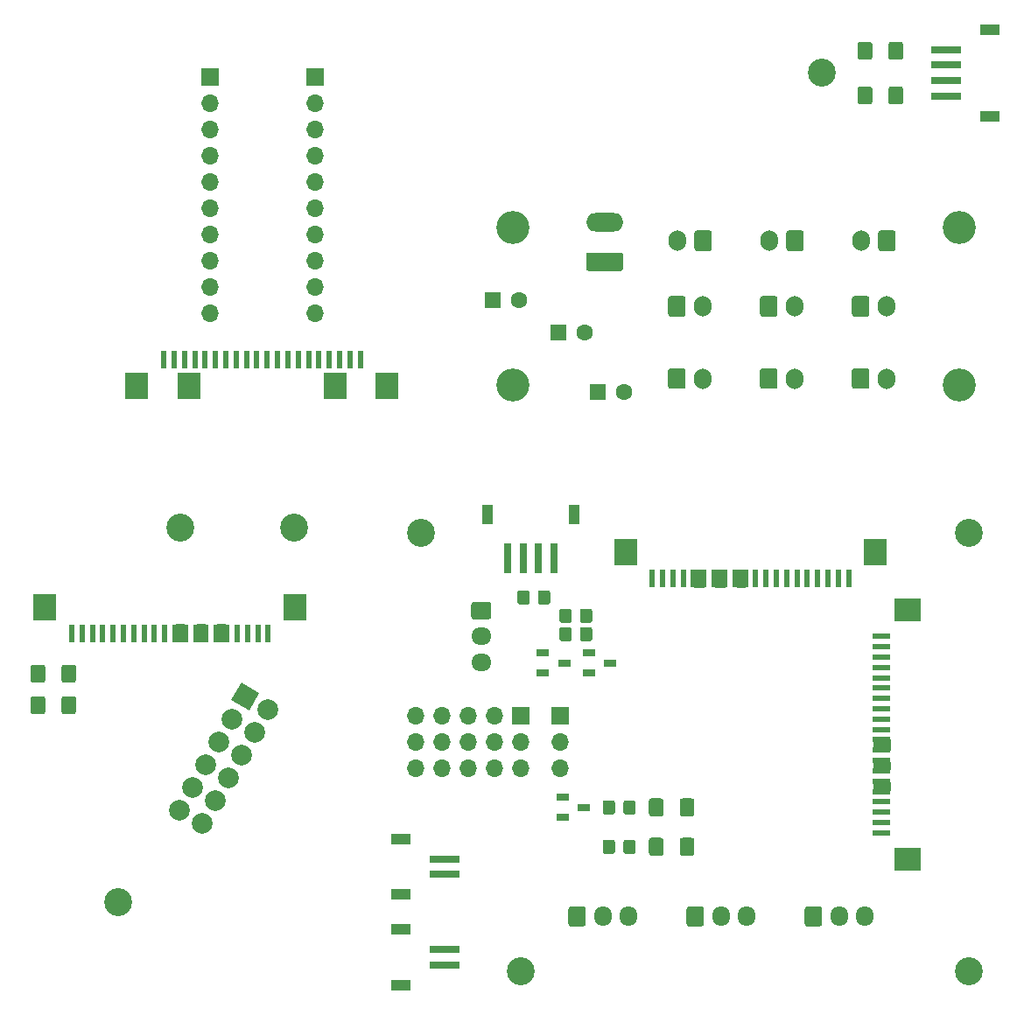
<source format=gbr>
%TF.GenerationSoftware,KiCad,Pcbnew,(5.1.9)-1*%
%TF.CreationDate,2021-02-18T14:59:33+00:00*%
%TF.ProjectId,c-boards_assy_final,632d626f-6172-4647-935f-617373795f66,rev?*%
%TF.SameCoordinates,Original*%
%TF.FileFunction,Soldermask,Top*%
%TF.FilePolarity,Negative*%
%FSLAX46Y46*%
G04 Gerber Fmt 4.6, Leading zero omitted, Abs format (unit mm)*
G04 Created by KiCad (PCBNEW (5.1.9)-1) date 2021-02-18 14:59:33*
%MOMM*%
%LPD*%
G01*
G04 APERTURE LIST*
%ADD10C,0.100000*%
%ADD11R,0.600000X1.800000*%
%ADD12R,2.200000X2.500000*%
%ADD13R,1.800000X0.600000*%
%ADD14R,2.500000X2.200000*%
%ADD15C,2.000000*%
%ADD16R,1.200000X0.650000*%
%ADD17C,2.700000*%
%ADD18R,1.900000X1.100000*%
%ADD19R,3.000000X0.700000*%
%ADD20R,1.100000X1.900000*%
%ADD21R,0.700000X3.000000*%
%ADD22O,1.950000X1.700000*%
%ADD23O,1.700000X1.950000*%
%ADD24R,1.700000X1.700000*%
%ADD25O,1.700000X1.700000*%
%ADD26O,3.600000X1.800000*%
%ADD27C,3.200000*%
%ADD28O,1.700000X2.000000*%
%ADD29C,1.600000*%
%ADD30R,1.600000X1.600000*%
G04 APERTURE END LIST*
D10*
G36*
X111255000Y-80062200D02*
G01*
X110442200Y-80062200D01*
X110493000Y-78385800D01*
X111255000Y-78385800D01*
X111255000Y-80062200D01*
G37*
X111255000Y-80062200D02*
X110442200Y-80062200D01*
X110493000Y-78385800D01*
X111255000Y-78385800D01*
X111255000Y-80062200D01*
G36*
X109273800Y-80062200D02*
G01*
X108461000Y-80062200D01*
X108511800Y-78385800D01*
X109273800Y-78385800D01*
X109273800Y-80062200D01*
G37*
X109273800Y-80062200D02*
X108461000Y-80062200D01*
X108511800Y-78385800D01*
X109273800Y-78385800D01*
X109273800Y-80062200D01*
G36*
X107267200Y-80062200D02*
G01*
X106454400Y-80062200D01*
X106505200Y-78385800D01*
X107267200Y-78385800D01*
X107267200Y-80062200D01*
G37*
X107267200Y-80062200D02*
X106454400Y-80062200D01*
X106505200Y-78385800D01*
X107267200Y-78385800D01*
X107267200Y-80062200D01*
G36*
X175593200Y-94459000D02*
G01*
X173916800Y-94459000D01*
X173916800Y-93722400D01*
X175593200Y-93697000D01*
X175593200Y-94459000D01*
G37*
X175593200Y-94459000D02*
X173916800Y-94459000D01*
X173916800Y-93722400D01*
X175593200Y-93697000D01*
X175593200Y-94459000D01*
G36*
X175593200Y-91741200D02*
G01*
X175593200Y-92427000D01*
X173916800Y-92427000D01*
X173916800Y-91690400D01*
X175593200Y-91741200D01*
G37*
X175593200Y-91741200D02*
X175593200Y-92427000D01*
X173916800Y-92427000D01*
X173916800Y-91690400D01*
X175593200Y-91741200D01*
G36*
X175593200Y-90496600D02*
G01*
X173916800Y-90471200D01*
X173916800Y-89582200D01*
X175593200Y-89556800D01*
X175593200Y-90496600D01*
G37*
X175593200Y-90496600D02*
X173916800Y-90471200D01*
X173916800Y-89582200D01*
X175593200Y-89556800D01*
X175593200Y-90496600D01*
G36*
X161470800Y-74799400D02*
G01*
X160708800Y-74799400D01*
X160632600Y-73097600D01*
X161496200Y-73097600D01*
X161470800Y-74799400D01*
G37*
X161470800Y-74799400D02*
X160708800Y-74799400D01*
X160632600Y-73097600D01*
X161496200Y-73097600D01*
X161470800Y-74799400D01*
G36*
X159565800Y-74799400D02*
G01*
X158626000Y-74799400D01*
X158549800Y-73097600D01*
X159565800Y-73097600D01*
X159565800Y-74799400D01*
G37*
X159565800Y-74799400D02*
X158626000Y-74799400D01*
X158549800Y-73097600D01*
X159565800Y-73097600D01*
X159565800Y-74799400D01*
G36*
X157508400Y-74799400D02*
G01*
X156594000Y-74799400D01*
X156594000Y-73097600D01*
X157483000Y-73097600D01*
X157508400Y-74799400D01*
G37*
X157508400Y-74799400D02*
X156594000Y-74799400D01*
X156594000Y-73097600D01*
X157483000Y-73097600D01*
X157508400Y-74799400D01*
D11*
%TO.C,J1*%
X171555000Y-73948500D03*
X170555000Y-73948500D03*
X169555000Y-73948500D03*
X168555000Y-73948500D03*
X167555000Y-73948500D03*
X166555000Y-73948500D03*
X165555000Y-73948500D03*
X164555000Y-73948500D03*
X163555000Y-73948500D03*
X162555000Y-73948500D03*
X161555000Y-73948500D03*
X160555000Y-73948500D03*
X159555000Y-73948500D03*
X158555000Y-73948500D03*
X157555000Y-73948500D03*
X156555000Y-73948500D03*
X155555000Y-73948500D03*
X154555000Y-73948500D03*
X153555000Y-73948500D03*
X152555000Y-73948500D03*
D12*
X174155000Y-71408500D03*
X149955000Y-71408500D03*
%TD*%
D11*
%TO.C,J11*%
X115397000Y-79233136D03*
X114397000Y-79233136D03*
X113397000Y-79233136D03*
X112397000Y-79233136D03*
X111397000Y-79233136D03*
X110397000Y-79233136D03*
X109397000Y-79233136D03*
X108397000Y-79233136D03*
X107397000Y-79233136D03*
X106397000Y-79233136D03*
X105397000Y-79233136D03*
X104397000Y-79233136D03*
X103397000Y-79233136D03*
X102397000Y-79233136D03*
X101397000Y-79233136D03*
X100397000Y-79233136D03*
X99397000Y-79233136D03*
X98397000Y-79233136D03*
X97397000Y-79233136D03*
X96397000Y-79233136D03*
D12*
X117997000Y-76693136D03*
X93797000Y-76693136D03*
%TD*%
D13*
%TO.C,J0*%
X174755000Y-98561500D03*
X174755000Y-97561500D03*
X174755000Y-96561500D03*
X174755000Y-95561500D03*
X174755000Y-94561500D03*
X174755000Y-93561500D03*
X174755000Y-92561500D03*
X174755000Y-91561500D03*
X174755000Y-90561500D03*
X174755000Y-89561500D03*
X174755000Y-88561500D03*
X174755000Y-87561500D03*
X174755000Y-86561500D03*
X174755000Y-85561500D03*
X174755000Y-84561500D03*
X174755000Y-83561500D03*
X174755000Y-82561500D03*
X174755000Y-81561500D03*
X174755000Y-80561500D03*
X174755000Y-79561500D03*
D14*
X177295000Y-101161500D03*
X177295000Y-76961500D03*
%TD*%
D15*
%TO.C,J14*%
X109039058Y-97629771D03*
X110309058Y-95430066D03*
X111579058Y-93230362D03*
X112849058Y-91030657D03*
X114119058Y-88830953D03*
X106839353Y-96359771D03*
X108109353Y-94160066D03*
X109379353Y-91960362D03*
X110649353Y-89760657D03*
X111919353Y-87560953D03*
D10*
G36*
X112823328Y-83995223D02*
G01*
X114555378Y-84995223D01*
X113555378Y-86727273D01*
X111823328Y-85727273D01*
X112823328Y-83995223D01*
G37*
D15*
X115389058Y-86631248D03*
%TD*%
D16*
%TO.C,Q1*%
X141955000Y-81180000D03*
X141955000Y-83100000D03*
X144055000Y-82140000D03*
%TD*%
%TO.C,R4*%
G36*
G01*
X140700000Y-75339999D02*
X140700000Y-76240001D01*
G75*
G02*
X140450001Y-76490000I-249999J0D01*
G01*
X139749999Y-76490000D01*
G75*
G02*
X139500000Y-76240001I0J249999D01*
G01*
X139500000Y-75339999D01*
G75*
G02*
X139749999Y-75090000I249999J0D01*
G01*
X140450001Y-75090000D01*
G75*
G02*
X140700000Y-75339999I0J-249999D01*
G01*
G37*
G36*
G01*
X142700000Y-75339999D02*
X142700000Y-76240001D01*
G75*
G02*
X142450001Y-76490000I-249999J0D01*
G01*
X141749999Y-76490000D01*
G75*
G02*
X141500000Y-76240001I0J249999D01*
G01*
X141500000Y-75339999D01*
G75*
G02*
X141749999Y-75090000I249999J0D01*
G01*
X142450001Y-75090000D01*
G75*
G02*
X142700000Y-75339999I0J-249999D01*
G01*
G37*
%TD*%
%TO.C,Q2*%
X146400000Y-81180000D03*
X146400000Y-83100000D03*
X148500000Y-82140000D03*
%TD*%
D17*
%TO.C,H8*%
X168978000Y-25023000D03*
%TD*%
D18*
%TO.C,J8*%
X128214000Y-107900000D03*
X128214000Y-113300000D03*
D19*
X132464000Y-109850000D03*
X132464000Y-111350000D03*
%TD*%
D18*
%TO.C,J7*%
X128214000Y-99137000D03*
X128214000Y-104537000D03*
D19*
X132464000Y-101087000D03*
X132464000Y-102587000D03*
%TD*%
D20*
%TO.C,J3*%
X145010000Y-67730000D03*
X136610000Y-67730000D03*
D21*
X143060000Y-71980000D03*
X141560000Y-71980000D03*
X140060000Y-71980000D03*
X138560000Y-71980000D03*
%TD*%
D18*
%TO.C,J10*%
X185228000Y-29223000D03*
X185228000Y-20823000D03*
D19*
X180978000Y-27273000D03*
X180978000Y-25773000D03*
X180978000Y-24273000D03*
X180978000Y-22773000D03*
%TD*%
D22*
%TO.C,J2*%
X136020000Y-82060000D03*
X136020000Y-79560000D03*
G36*
G01*
X135295000Y-76210000D02*
X136745000Y-76210000D01*
G75*
G02*
X136995000Y-76460000I0J-250000D01*
G01*
X136995000Y-77660000D01*
G75*
G02*
X136745000Y-77910000I-250000J0D01*
G01*
X135295000Y-77910000D01*
G75*
G02*
X135045000Y-77660000I0J250000D01*
G01*
X135045000Y-76460000D01*
G75*
G02*
X135295000Y-76210000I250000J0D01*
G01*
G37*
%TD*%
D23*
%TO.C,J6*%
X173151000Y-106651000D03*
X170651000Y-106651000D03*
G36*
G01*
X167301000Y-107376000D02*
X167301000Y-105926000D01*
G75*
G02*
X167551000Y-105676000I250000J0D01*
G01*
X168751000Y-105676000D01*
G75*
G02*
X169001000Y-105926000I0J-250000D01*
G01*
X169001000Y-107376000D01*
G75*
G02*
X168751000Y-107626000I-250000J0D01*
G01*
X167551000Y-107626000D01*
G75*
G02*
X167301000Y-107376000I0J250000D01*
G01*
G37*
%TD*%
%TO.C,J5*%
X161721000Y-106651000D03*
X159221000Y-106651000D03*
G36*
G01*
X155871000Y-107376000D02*
X155871000Y-105926000D01*
G75*
G02*
X156121000Y-105676000I250000J0D01*
G01*
X157321000Y-105676000D01*
G75*
G02*
X157571000Y-105926000I0J-250000D01*
G01*
X157571000Y-107376000D01*
G75*
G02*
X157321000Y-107626000I-250000J0D01*
G01*
X156121000Y-107626000D01*
G75*
G02*
X155871000Y-107376000I0J250000D01*
G01*
G37*
%TD*%
%TO.C,J4*%
X150291000Y-106651000D03*
X147791000Y-106651000D03*
G36*
G01*
X144441000Y-107376000D02*
X144441000Y-105926000D01*
G75*
G02*
X144691000Y-105676000I250000J0D01*
G01*
X145891000Y-105676000D01*
G75*
G02*
X146141000Y-105926000I0J-250000D01*
G01*
X146141000Y-107376000D01*
G75*
G02*
X145891000Y-107626000I-250000J0D01*
G01*
X144691000Y-107626000D01*
G75*
G02*
X144441000Y-107376000I0J250000D01*
G01*
G37*
%TD*%
D16*
%TO.C,Q0*%
X143860000Y-95150000D03*
X143860000Y-97070000D03*
X145960000Y-96110000D03*
%TD*%
%TO.C,R3*%
G36*
G01*
X144764000Y-78895999D02*
X144764000Y-79796001D01*
G75*
G02*
X144514001Y-80046000I-249999J0D01*
G01*
X143813999Y-80046000D01*
G75*
G02*
X143564000Y-79796001I0J249999D01*
G01*
X143564000Y-78895999D01*
G75*
G02*
X143813999Y-78646000I249999J0D01*
G01*
X144514001Y-78646000D01*
G75*
G02*
X144764000Y-78895999I0J-249999D01*
G01*
G37*
G36*
G01*
X146764000Y-78895999D02*
X146764000Y-79796001D01*
G75*
G02*
X146514001Y-80046000I-249999J0D01*
G01*
X145813999Y-80046000D01*
G75*
G02*
X145564000Y-79796001I0J249999D01*
G01*
X145564000Y-78895999D01*
G75*
G02*
X145813999Y-78646000I249999J0D01*
G01*
X146514001Y-78646000D01*
G75*
G02*
X146764000Y-78895999I0J-249999D01*
G01*
G37*
%TD*%
%TO.C,R2*%
G36*
G01*
X145564000Y-78018001D02*
X145564000Y-77117999D01*
G75*
G02*
X145813999Y-76868000I249999J0D01*
G01*
X146514001Y-76868000D01*
G75*
G02*
X146764000Y-77117999I0J-249999D01*
G01*
X146764000Y-78018001D01*
G75*
G02*
X146514001Y-78268000I-249999J0D01*
G01*
X145813999Y-78268000D01*
G75*
G02*
X145564000Y-78018001I0J249999D01*
G01*
G37*
G36*
G01*
X143564000Y-78018001D02*
X143564000Y-77117999D01*
G75*
G02*
X143813999Y-76868000I249999J0D01*
G01*
X144514001Y-76868000D01*
G75*
G02*
X144764000Y-77117999I0J-249999D01*
G01*
X144764000Y-78018001D01*
G75*
G02*
X144514001Y-78268000I-249999J0D01*
G01*
X143813999Y-78268000D01*
G75*
G02*
X143564000Y-78018001I0J249999D01*
G01*
G37*
%TD*%
%TO.C,R1*%
G36*
G01*
X149755000Y-100370001D02*
X149755000Y-99469999D01*
G75*
G02*
X150004999Y-99220000I249999J0D01*
G01*
X150705001Y-99220000D01*
G75*
G02*
X150955000Y-99469999I0J-249999D01*
G01*
X150955000Y-100370001D01*
G75*
G02*
X150705001Y-100620000I-249999J0D01*
G01*
X150004999Y-100620000D01*
G75*
G02*
X149755000Y-100370001I0J249999D01*
G01*
G37*
G36*
G01*
X147755000Y-100370001D02*
X147755000Y-99469999D01*
G75*
G02*
X148004999Y-99220000I249999J0D01*
G01*
X148705001Y-99220000D01*
G75*
G02*
X148955000Y-99469999I0J-249999D01*
G01*
X148955000Y-100370001D01*
G75*
G02*
X148705001Y-100620000I-249999J0D01*
G01*
X148004999Y-100620000D01*
G75*
G02*
X147755000Y-100370001I0J249999D01*
G01*
G37*
%TD*%
%TO.C,R0*%
G36*
G01*
X149755000Y-96560001D02*
X149755000Y-95659999D01*
G75*
G02*
X150004999Y-95410000I249999J0D01*
G01*
X150705001Y-95410000D01*
G75*
G02*
X150955000Y-95659999I0J-249999D01*
G01*
X150955000Y-96560001D01*
G75*
G02*
X150705001Y-96810000I-249999J0D01*
G01*
X150004999Y-96810000D01*
G75*
G02*
X149755000Y-96560001I0J249999D01*
G01*
G37*
G36*
G01*
X147755000Y-96560001D02*
X147755000Y-95659999D01*
G75*
G02*
X148004999Y-95410000I249999J0D01*
G01*
X148705001Y-95410000D01*
G75*
G02*
X148955000Y-95659999I0J-249999D01*
G01*
X148955000Y-96560001D01*
G75*
G02*
X148705001Y-96810000I-249999J0D01*
G01*
X148004999Y-96810000D01*
G75*
G02*
X147755000Y-96560001I0J249999D01*
G01*
G37*
%TD*%
%TO.C,LED5*%
G36*
G01*
X95393000Y-86834000D02*
X95393000Y-85584000D01*
G75*
G02*
X95643000Y-85334000I250000J0D01*
G01*
X96568000Y-85334000D01*
G75*
G02*
X96818000Y-85584000I0J-250000D01*
G01*
X96818000Y-86834000D01*
G75*
G02*
X96568000Y-87084000I-250000J0D01*
G01*
X95643000Y-87084000D01*
G75*
G02*
X95393000Y-86834000I0J250000D01*
G01*
G37*
G36*
G01*
X92418000Y-86834000D02*
X92418000Y-85584000D01*
G75*
G02*
X92668000Y-85334000I250000J0D01*
G01*
X93593000Y-85334000D01*
G75*
G02*
X93843000Y-85584000I0J-250000D01*
G01*
X93843000Y-86834000D01*
G75*
G02*
X93593000Y-87084000I-250000J0D01*
G01*
X92668000Y-87084000D01*
G75*
G02*
X92418000Y-86834000I0J250000D01*
G01*
G37*
%TD*%
%TO.C,LED4*%
G36*
G01*
X95393000Y-83786000D02*
X95393000Y-82536000D01*
G75*
G02*
X95643000Y-82286000I250000J0D01*
G01*
X96568000Y-82286000D01*
G75*
G02*
X96818000Y-82536000I0J-250000D01*
G01*
X96818000Y-83786000D01*
G75*
G02*
X96568000Y-84036000I-250000J0D01*
G01*
X95643000Y-84036000D01*
G75*
G02*
X95393000Y-83786000I0J250000D01*
G01*
G37*
G36*
G01*
X92418000Y-83786000D02*
X92418000Y-82536000D01*
G75*
G02*
X92668000Y-82286000I250000J0D01*
G01*
X93593000Y-82286000D01*
G75*
G02*
X93843000Y-82536000I0J-250000D01*
G01*
X93843000Y-83786000D01*
G75*
G02*
X93593000Y-84036000I-250000J0D01*
G01*
X92668000Y-84036000D01*
G75*
G02*
X92418000Y-83786000I0J250000D01*
G01*
G37*
%TD*%
%TO.C,LED3*%
G36*
G01*
X175403000Y-27843000D02*
X175403000Y-26593000D01*
G75*
G02*
X175653000Y-26343000I250000J0D01*
G01*
X176578000Y-26343000D01*
G75*
G02*
X176828000Y-26593000I0J-250000D01*
G01*
X176828000Y-27843000D01*
G75*
G02*
X176578000Y-28093000I-250000J0D01*
G01*
X175653000Y-28093000D01*
G75*
G02*
X175403000Y-27843000I0J250000D01*
G01*
G37*
G36*
G01*
X172428000Y-27843000D02*
X172428000Y-26593000D01*
G75*
G02*
X172678000Y-26343000I250000J0D01*
G01*
X173603000Y-26343000D01*
G75*
G02*
X173853000Y-26593000I0J-250000D01*
G01*
X173853000Y-27843000D01*
G75*
G02*
X173603000Y-28093000I-250000J0D01*
G01*
X172678000Y-28093000D01*
G75*
G02*
X172428000Y-27843000I0J250000D01*
G01*
G37*
%TD*%
%TO.C,LED2*%
G36*
G01*
X175403000Y-23525000D02*
X175403000Y-22275000D01*
G75*
G02*
X175653000Y-22025000I250000J0D01*
G01*
X176578000Y-22025000D01*
G75*
G02*
X176828000Y-22275000I0J-250000D01*
G01*
X176828000Y-23525000D01*
G75*
G02*
X176578000Y-23775000I-250000J0D01*
G01*
X175653000Y-23775000D01*
G75*
G02*
X175403000Y-23525000I0J250000D01*
G01*
G37*
G36*
G01*
X172428000Y-23525000D02*
X172428000Y-22275000D01*
G75*
G02*
X172678000Y-22025000I250000J0D01*
G01*
X173603000Y-22025000D01*
G75*
G02*
X173853000Y-22275000I0J-250000D01*
G01*
X173853000Y-23525000D01*
G75*
G02*
X173603000Y-23775000I-250000J0D01*
G01*
X172678000Y-23775000D01*
G75*
G02*
X172428000Y-23525000I0J250000D01*
G01*
G37*
%TD*%
%TO.C,LED1*%
G36*
G01*
X153660000Y-99295000D02*
X153660000Y-100545000D01*
G75*
G02*
X153410000Y-100795000I-250000J0D01*
G01*
X152485000Y-100795000D01*
G75*
G02*
X152235000Y-100545000I0J250000D01*
G01*
X152235000Y-99295000D01*
G75*
G02*
X152485000Y-99045000I250000J0D01*
G01*
X153410000Y-99045000D01*
G75*
G02*
X153660000Y-99295000I0J-250000D01*
G01*
G37*
G36*
G01*
X156635000Y-99295000D02*
X156635000Y-100545000D01*
G75*
G02*
X156385000Y-100795000I-250000J0D01*
G01*
X155460000Y-100795000D01*
G75*
G02*
X155210000Y-100545000I0J250000D01*
G01*
X155210000Y-99295000D01*
G75*
G02*
X155460000Y-99045000I250000J0D01*
G01*
X156385000Y-99045000D01*
G75*
G02*
X156635000Y-99295000I0J-250000D01*
G01*
G37*
%TD*%
%TO.C,LED0*%
G36*
G01*
X153660000Y-95485000D02*
X153660000Y-96735000D01*
G75*
G02*
X153410000Y-96985000I-250000J0D01*
G01*
X152485000Y-96985000D01*
G75*
G02*
X152235000Y-96735000I0J250000D01*
G01*
X152235000Y-95485000D01*
G75*
G02*
X152485000Y-95235000I250000J0D01*
G01*
X153410000Y-95235000D01*
G75*
G02*
X153660000Y-95485000I0J-250000D01*
G01*
G37*
G36*
G01*
X156635000Y-95485000D02*
X156635000Y-96735000D01*
G75*
G02*
X156385000Y-96985000I-250000J0D01*
G01*
X155460000Y-96985000D01*
G75*
G02*
X155210000Y-96735000I0J250000D01*
G01*
X155210000Y-95485000D01*
G75*
G02*
X155460000Y-95235000I250000J0D01*
G01*
X156385000Y-95235000D01*
G75*
G02*
X156635000Y-95485000I0J-250000D01*
G01*
G37*
%TD*%
D17*
%TO.C,H1*%
X100921400Y-105295612D03*
%TD*%
%TO.C,H3*%
X106897000Y-69033136D03*
%TD*%
%TO.C,H2*%
X117897000Y-69033136D03*
%TD*%
%TO.C,H5*%
X139830000Y-111985000D03*
%TD*%
%TO.C,H4*%
X130186002Y-69536000D03*
%TD*%
D24*
%TO.C,JP0*%
X143640000Y-87220000D03*
D25*
X143640000Y-89760000D03*
X143640000Y-92300000D03*
%TD*%
D17*
%TO.C,H7*%
X183186000Y-111985000D03*
%TD*%
D25*
%TO.C,PCB0*%
X134750000Y-92300000D03*
X132210000Y-92300000D03*
X137290000Y-92300000D03*
X139830000Y-92300000D03*
X129670000Y-92300000D03*
X129670000Y-89760000D03*
X132210000Y-89760000D03*
X134750000Y-89760000D03*
X137290000Y-89760000D03*
X139830000Y-89760000D03*
X129670000Y-87220000D03*
X132210000Y-87220000D03*
X134750000Y-87220000D03*
X137290000Y-87220000D03*
D24*
X139830000Y-87220000D03*
%TD*%
D17*
%TO.C,H6*%
X183186000Y-69536000D03*
%TD*%
D26*
%TO.C,J1*%
X147955000Y-39497000D03*
G36*
G01*
X149505000Y-44207000D02*
X146405000Y-44207000D01*
G75*
G02*
X146155000Y-43957000I0J250000D01*
G01*
X146155000Y-42657000D01*
G75*
G02*
X146405000Y-42407000I250000J0D01*
G01*
X149505000Y-42407000D01*
G75*
G02*
X149755000Y-42657000I0J-250000D01*
G01*
X149755000Y-43957000D01*
G75*
G02*
X149505000Y-44207000I-250000J0D01*
G01*
G37*
%TD*%
D27*
%TO.C,H4*%
X182245000Y-55245000D03*
%TD*%
%TO.C,H3*%
X182245000Y-40005000D03*
%TD*%
%TO.C,H2*%
X139065000Y-55245000D03*
%TD*%
%TO.C,H1*%
X139065000Y-40005000D03*
%TD*%
D28*
%TO.C,J10*%
X175220000Y-47625000D03*
G36*
G01*
X171870000Y-48375000D02*
X171870000Y-46875000D01*
G75*
G02*
X172120000Y-46625000I250000J0D01*
G01*
X173320000Y-46625000D01*
G75*
G02*
X173570000Y-46875000I0J-250000D01*
G01*
X173570000Y-48375000D01*
G75*
G02*
X173320000Y-48625000I-250000J0D01*
G01*
X172120000Y-48625000D01*
G75*
G02*
X171870000Y-48375000I0J250000D01*
G01*
G37*
%TD*%
%TO.C,J7*%
X166330000Y-47625000D03*
G36*
G01*
X162980000Y-48375000D02*
X162980000Y-46875000D01*
G75*
G02*
X163230000Y-46625000I250000J0D01*
G01*
X164430000Y-46625000D01*
G75*
G02*
X164680000Y-46875000I0J-250000D01*
G01*
X164680000Y-48375000D01*
G75*
G02*
X164430000Y-48625000I-250000J0D01*
G01*
X163230000Y-48625000D01*
G75*
G02*
X162980000Y-48375000I0J250000D01*
G01*
G37*
%TD*%
%TO.C,J4*%
X157440000Y-54610000D03*
G36*
G01*
X154090000Y-55360000D02*
X154090000Y-53860000D01*
G75*
G02*
X154340000Y-53610000I250000J0D01*
G01*
X155540000Y-53610000D01*
G75*
G02*
X155790000Y-53860000I0J-250000D01*
G01*
X155790000Y-55360000D01*
G75*
G02*
X155540000Y-55610000I-250000J0D01*
G01*
X154340000Y-55610000D01*
G75*
G02*
X154090000Y-55360000I0J250000D01*
G01*
G37*
%TD*%
D29*
%TO.C,C3*%
X149820000Y-55880000D03*
D30*
X147320000Y-55880000D03*
%TD*%
D29*
%TO.C,C2*%
X146010000Y-50165000D03*
D30*
X143510000Y-50165000D03*
%TD*%
D29*
%TO.C,C1*%
X139660000Y-46990000D03*
D30*
X137160000Y-46990000D03*
%TD*%
D28*
%TO.C,J9*%
X175220000Y-54610000D03*
G36*
G01*
X171870000Y-55360000D02*
X171870000Y-53860000D01*
G75*
G02*
X172120000Y-53610000I250000J0D01*
G01*
X173320000Y-53610000D01*
G75*
G02*
X173570000Y-53860000I0J-250000D01*
G01*
X173570000Y-55360000D01*
G75*
G02*
X173320000Y-55610000I-250000J0D01*
G01*
X172120000Y-55610000D01*
G75*
G02*
X171870000Y-55360000I0J250000D01*
G01*
G37*
%TD*%
%TO.C,J8*%
X172760000Y-41275000D03*
G36*
G01*
X176110000Y-40525000D02*
X176110000Y-42025000D01*
G75*
G02*
X175860000Y-42275000I-250000J0D01*
G01*
X174660000Y-42275000D01*
G75*
G02*
X174410000Y-42025000I0J250000D01*
G01*
X174410000Y-40525000D01*
G75*
G02*
X174660000Y-40275000I250000J0D01*
G01*
X175860000Y-40275000D01*
G75*
G02*
X176110000Y-40525000I0J-250000D01*
G01*
G37*
%TD*%
%TO.C,J6*%
X166330000Y-54610000D03*
G36*
G01*
X162980000Y-55360000D02*
X162980000Y-53860000D01*
G75*
G02*
X163230000Y-53610000I250000J0D01*
G01*
X164430000Y-53610000D01*
G75*
G02*
X164680000Y-53860000I0J-250000D01*
G01*
X164680000Y-55360000D01*
G75*
G02*
X164430000Y-55610000I-250000J0D01*
G01*
X163230000Y-55610000D01*
G75*
G02*
X162980000Y-55360000I0J250000D01*
G01*
G37*
%TD*%
%TO.C,J5*%
X163870000Y-41275000D03*
G36*
G01*
X167220000Y-40525000D02*
X167220000Y-42025000D01*
G75*
G02*
X166970000Y-42275000I-250000J0D01*
G01*
X165770000Y-42275000D01*
G75*
G02*
X165520000Y-42025000I0J250000D01*
G01*
X165520000Y-40525000D01*
G75*
G02*
X165770000Y-40275000I250000J0D01*
G01*
X166970000Y-40275000D01*
G75*
G02*
X167220000Y-40525000I0J-250000D01*
G01*
G37*
%TD*%
%TO.C,J3*%
X157440000Y-47625000D03*
G36*
G01*
X154090000Y-48375000D02*
X154090000Y-46875000D01*
G75*
G02*
X154340000Y-46625000I250000J0D01*
G01*
X155540000Y-46625000D01*
G75*
G02*
X155790000Y-46875000I0J-250000D01*
G01*
X155790000Y-48375000D01*
G75*
G02*
X155540000Y-48625000I-250000J0D01*
G01*
X154340000Y-48625000D01*
G75*
G02*
X154090000Y-48375000I0J250000D01*
G01*
G37*
%TD*%
%TO.C,J2*%
X154980000Y-41275000D03*
G36*
G01*
X158330000Y-40525000D02*
X158330000Y-42025000D01*
G75*
G02*
X158080000Y-42275000I-250000J0D01*
G01*
X156880000Y-42275000D01*
G75*
G02*
X156630000Y-42025000I0J250000D01*
G01*
X156630000Y-40525000D01*
G75*
G02*
X156880000Y-40275000I250000J0D01*
G01*
X158080000Y-40275000D01*
G75*
G02*
X158330000Y-40525000I0J-250000D01*
G01*
G37*
%TD*%
D25*
%TO.C,ax17*%
X109773000Y-48317000D03*
X109773000Y-45777000D03*
X109773000Y-43237000D03*
X109773000Y-40697000D03*
X109773000Y-38157000D03*
X109773000Y-35617000D03*
X109773000Y-33077000D03*
X109773000Y-30537000D03*
X109773000Y-27997000D03*
D24*
X109773000Y-25457000D03*
%TD*%
D25*
%TO.C,ax13*%
X119933000Y-48317000D03*
X119933000Y-45777000D03*
X119933000Y-43237000D03*
X119933000Y-40697000D03*
X119933000Y-38157000D03*
X119933000Y-35617000D03*
X119933000Y-33077000D03*
X119933000Y-30537000D03*
X119933000Y-27997000D03*
D24*
X119933000Y-25457000D03*
%TD*%
D12*
%TO.C,ax16*%
X121905000Y-55330000D03*
X107705000Y-55330000D03*
%TD*%
D11*
%TO.C,ax15*%
X105305000Y-52790000D03*
X106305000Y-52790000D03*
X107305000Y-52790000D03*
X108305000Y-52790000D03*
X109305000Y-52790000D03*
X110305000Y-52790000D03*
X111305000Y-52790000D03*
X112305000Y-52790000D03*
X113305000Y-52790000D03*
X114305000Y-52790000D03*
X115305000Y-52790000D03*
X116305000Y-52790000D03*
X117305000Y-52790000D03*
X118305000Y-52790000D03*
X119305000Y-52790000D03*
X120305000Y-52790000D03*
X121305000Y-52790000D03*
X122305000Y-52790000D03*
X123305000Y-52790000D03*
X124305000Y-52790000D03*
D12*
X102705000Y-55330000D03*
X126905000Y-55330000D03*
%TD*%
M02*

</source>
